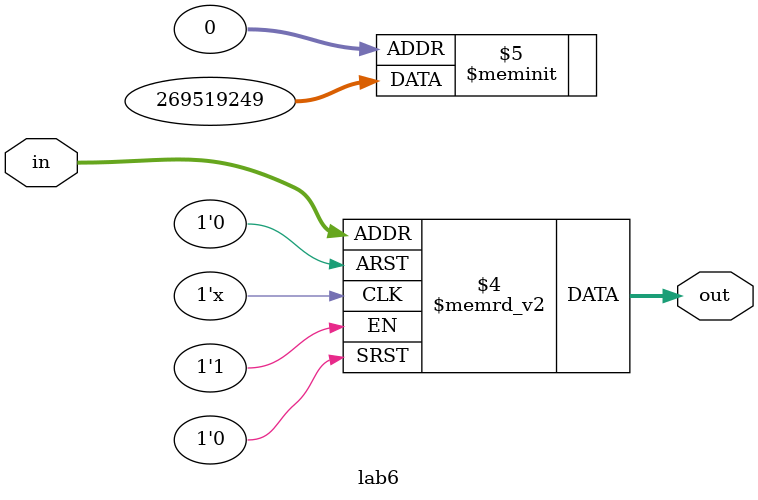
<source format=v>
module lab6(in, out);


	input [2:0]in;
	output reg [3:0]out;


	always @ (in)
	case(in)
		0 : out = 1;
		1 : out = 9;
		2 : out = 9;
		3 : out = 8;
		4 : out = 0;
		5 : out = 1;
		6 : out = 0;
		7 : out = 1;
		default : $display("Error in input");
	endcase

endmodule


</source>
